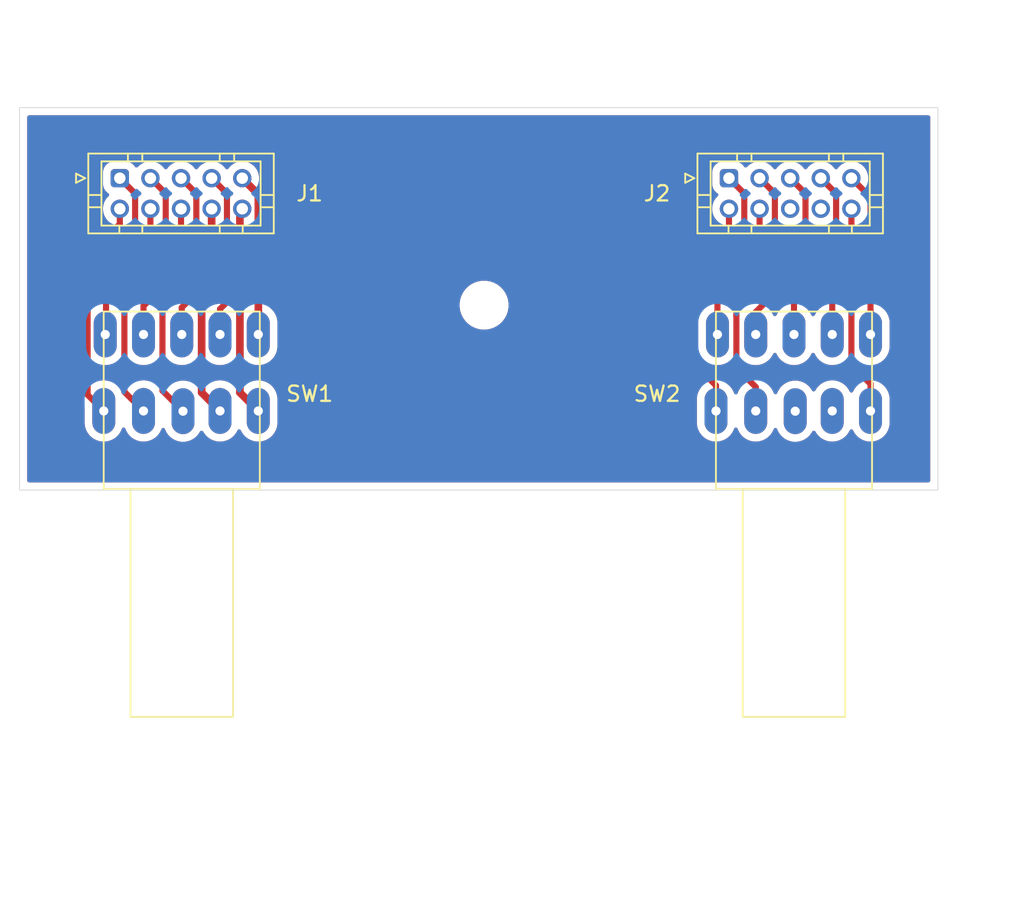
<source format=kicad_pcb>
(kicad_pcb (version 20241229) (generator "pcbnew") (generator_version "9.0")
  (layers (0 "F.Cu" signal) (2 "B.Cu" signal) (13 "F.Paste" user) (15 "B.Paste" user) (5 "F.SilkS" user "F.Silkscreen") (7 "B.SilkS" user "B.Silkscreen") (1 "F.Mask" user) (3 "B.Mask" user) (25 "Edge.Cuts" user))
  (net 0 "")
  (net 1 "Net-(J1-Pin_3)")
  (net 2 "Net-(J1-Pin_9)")
  (net 3 "Net-(J1-Pin_4)")
  (net 4 "Net-(J1-Pin_2)")
  (net 5 "Net-(J1-Pin_6)")
  (net 6 "Net-(J1-Pin_1)")
  (net 7 "Net-(J1-Pin_8)")
  (net 8 "Net-(J1-Pin_10)")
  (net 9 "Net-(J1-Pin_5)")
  (net 10 "Net-(J1-Pin_7)")
  (net 11 "Net-(J2-Pin_2)")
  (net 13 "Net-(J2-Pin_1)")
  (net 14 "Net-(J2-Pin_7)")
  (net 15 "Net-(J2-Pin_10)")
  (net 16 "Net-(J2-Pin_4)")
  (net 17 "Net-(J2-Pin_3)")
  (net 18 "Net-(J2-Pin_6)")
  (net 20 "Net-(J2-Pin_5)")
  (footprint "Przelaczniki:RS1010 2P4T" (layer "F.Cu") (at 109.047791 101.6175)
    (property "Reference" "SW1" (at 8.352209 0.4825 0) (layer "F.SilkS"))
    (property "Value" "RS1010 2P4T")
    (fp_rect (start -5.1 -4.9) (end 5.1 6.7) (stroke (width 0.12)) (fill no) (layer "F.SilkS"))
    (fp_rect (start -3.35 6.7) (end 3.35 21.6) (stroke (width 0.12)) (fill no) (layer "F.SilkS"))
    (pad "1" thru_hole oval (at -5 -3.4) (size 1.5 3) (drill 0.6) (layers "*.Cu" "*.Mask") (net 6 "Net-(J1-Pin_1)"))
    (pad "2" thru_hole oval (at -2.5 -3.4) (size 1.5 3) (drill 0.6) (layers "*.Cu" "*.Mask") (net 4 "Net-(J1-Pin_2)"))
    (pad "3" thru_hole oval (at 0 -3.4) (size 1.5 3) (drill 0.6) (layers "*.Cu" "*.Mask") (net 1 "Net-(J1-Pin_3)"))
    (pad "4" thru_hole oval (at 2.5 -3.4) (size 1.5 3) (drill 0.6) (layers "*.Cu" "*.Mask") (net 3 "Net-(J1-Pin_4)"))
    (pad "5" thru_hole oval (at 5 -3.4) (size 1.5 3) (drill 0.6) (layers "*.Cu" "*.Mask") (net 9 "Net-(J1-Pin_5)"))
    (pad "6" thru_hole oval (at -5.095581 1.6) (size 1.5 3) (drill 0.6) (layers "*.Cu" "*.Mask") (net 5 "Net-(J1-Pin_6)"))
    (pad "7" thru_hole oval (at -2.5 1.6) (size 1.5 3) (drill 0.6) (layers "*.Cu" "*.Mask") (net 10 "Net-(J1-Pin_7)"))
    (pad "8" thru_hole oval (at 0.081469 1.614921) (size 1.5 3) (drill 0.6) (layers "*.Cu" "*.Mask") (net 7 "Net-(J1-Pin_8)"))
    (pad "9" thru_hole oval (at 2.5 1.6) (size 1.5 3) (drill 0.6) (layers "*.Cu" "*.Mask") (net 2 "Net-(J1-Pin_9)"))
    (pad "10" thru_hole oval (at 5 1.6) (size 1.5 3) (drill 0.6) (layers "*.Cu" "*.Mask") (net 8 "Net-(J1-Pin_10)"))
  )
  (footprint "MountingHole:MountingHole_2.7mm_M2.5" (layer "F.Cu") (at 128.8 96.3)
    (property "Reference" "REF**")
    (property "Value" "MountingHole_2.7mm_M2.5")
    (pad "" np_thru_hole circle (at 0 0) (size 2.7 2.7) (drill 2.7) (layers "*.Cu" "*.Mask"))
  )
  (footprint "Connector_JST:JST_PHD_B10B-PHDSS_2x05_P2.00mm_Vertical" (layer "F.Cu") (at 105 88)
    (property "Reference" "J1" (at 12.4 1 0) (layer "F.SilkS"))
    (property "Value" "Conn_02x05_Top_Bottom")
    (fp_line (start -2.86 -0.3) (end -2.26 0) (stroke (width 0.12)) (layer "F.SilkS"))
    (fp_line (start -2.86 0.3) (end -2.86 -0.3) (stroke (width 0.12)) (layer "F.SilkS"))
    (fp_line (start -2.26 0) (end -2.86 0.3) (stroke (width 0.12)) (layer "F.SilkS"))
    (fp_line (start -2.06 -1.61) (end -2.06 3.61) (stroke (width 0.12)) (layer "F.SilkS"))
    (fp_line (start -2.06 1.1) (end -1.2 1.1) (stroke (width 0.12)) (layer "F.SilkS"))
    (fp_line (start -2.06 1.9) (end -1.2 1.9) (stroke (width 0.12)) (layer "F.SilkS"))
    (fp_line (start -2.06 3.61) (end 10.06 3.61) (stroke (width 0.12)) (layer "F.SilkS"))
    (fp_line (start -1.2 -1.1) (end -1.2 3.1) (stroke (width 0.12)) (layer "F.SilkS"))
    (fp_line (start -1.2 3.1) (end 9.2 3.1) (stroke (width 0.12)) (layer "F.SilkS"))
    (fp_line (start -0.03 3.61) (end -0.03 3.1) (stroke (width 0.12)) (layer "F.SilkS"))
    (fp_line (start 0.53 -1.61) (end 0.53 -1.1) (stroke (width 0.12)) (layer "F.SilkS"))
    (fp_line (start 1.47 -1.61) (end 1.47 -1.1) (stroke (width 0.12)) (layer "F.SilkS"))
    (fp_line (start 1.47 3.61) (end 1.47 3.1) (stroke (width 0.12)) (layer "F.SilkS"))
    (fp_line (start 6.53 -1.61) (end 6.53 -1.1) (stroke (width 0.12)) (layer "F.SilkS"))
    (fp_line (start 6.53 3.61) (end 6.53 3.1) (stroke (width 0.12)) (layer "F.SilkS"))
    (fp_line (start 7.47 -1.61) (end 7.47 -1.1) (stroke (width 0.12)) (layer "F.SilkS"))
    (fp_line (start 8.03 3.61) (end 8.03 3.1) (stroke (width 0.12)) (layer "F.SilkS"))
    (fp_line (start 9.2 -1.1) (end -1.2 -1.1) (stroke (width 0.12)) (layer "F.SilkS"))
    (fp_line (start 9.2 3.1) (end 9.2 -1.1) (stroke (width 0.12)) (layer "F.SilkS"))
    (fp_line (start 10.06 -1.61) (end -2.06 -1.61) (stroke (width 0.12)) (layer "F.SilkS"))
    (fp_line (start 10.06 1.1) (end 9.2 1.1) (stroke (width 0.12)) (layer "F.SilkS"))
    (fp_line (start 10.06 1.9) (end 9.2 1.9) (stroke (width 0.12)) (layer "F.SilkS"))
    (fp_line (start 10.06 3.61) (end 10.06 -1.61) (stroke (width 0.12)) (layer "F.SilkS"))
    (pad "1" thru_hole roundrect (at 0 0) (size 1.2 1.2) (drill 0.75) (layers "*.Cu" "*.Mask") (roundrect_rratio 0.208333) (net 6 "Net-(J1-Pin_1)"))
    (pad "2" thru_hole circle (at 2 0) (size 1.2 1.2) (drill 0.75) (layers "*.Cu" "*.Mask") (net 4 "Net-(J1-Pin_2)"))
    (pad "3" thru_hole circle (at 4 0) (size 1.2 1.2) (drill 0.75) (layers "*.Cu" "*.Mask") (net 1 "Net-(J1-Pin_3)"))
    (pad "4" thru_hole circle (at 6 0) (size 1.2 1.2) (drill 0.75) (layers "*.Cu" "*.Mask") (net 3 "Net-(J1-Pin_4)"))
    (pad "5" thru_hole circle (at 8 0) (size 1.2 1.2) (drill 0.75) (layers "*.Cu" "*.Mask") (net 9 "Net-(J1-Pin_5)"))
    (pad "6" thru_hole circle (at 0 2) (size 1.2 1.2) (drill 0.75) (layers "*.Cu" "*.Mask") (net 5 "Net-(J1-Pin_6)"))
    (pad "7" thru_hole circle (at 2 2) (size 1.2 1.2) (drill 0.75) (layers "*.Cu" "*.Mask") (net 10 "Net-(J1-Pin_7)"))
    (pad "8" thru_hole circle (at 4 2) (size 1.2 1.2) (drill 0.75) (layers "*.Cu" "*.Mask") (net 7 "Net-(J1-Pin_8)"))
    (pad "9" thru_hole circle (at 6 2) (size 1.2 1.2) (drill 0.75) (layers "*.Cu" "*.Mask") (net 2 "Net-(J1-Pin_9)"))
    (pad "10" thru_hole circle (at 8 2) (size 1.2 1.2) (drill 0.75) (layers "*.Cu" "*.Mask") (net 8 "Net-(J1-Pin_10)"))
  )
  (footprint "Connector_JST:JST_PHD_B10B-PHDSS_2x05_P2.00mm_Vertical" (layer "F.Cu") (at 144.8 88)
    (property "Reference" "J2" (at -4.7 1 0) (layer "F.SilkS"))
    (property "Value" "Conn_02x05_Top_Bottom")
    (fp_line (start -2.86 -0.3) (end -2.26 0) (stroke (width 0.12)) (layer "F.SilkS"))
    (fp_line (start -2.86 0.3) (end -2.86 -0.3) (stroke (width 0.12)) (layer "F.SilkS"))
    (fp_line (start -2.26 0) (end -2.86 0.3) (stroke (width 0.12)) (layer "F.SilkS"))
    (fp_line (start -2.06 -1.61) (end -2.06 3.61) (stroke (width 0.12)) (layer "F.SilkS"))
    (fp_line (start -2.06 1.1) (end -1.2 1.1) (stroke (width 0.12)) (layer "F.SilkS"))
    (fp_line (start -2.06 1.9) (end -1.2 1.9) (stroke (width 0.12)) (layer "F.SilkS"))
    (fp_line (start -2.06 3.61) (end 10.06 3.61) (stroke (width 0.12)) (layer "F.SilkS"))
    (fp_line (start -1.2 -1.1) (end -1.2 3.1) (stroke (width 0.12)) (layer "F.SilkS"))
    (fp_line (start -1.2 3.1) (end 9.2 3.1) (stroke (width 0.12)) (layer "F.SilkS"))
    (fp_line (start -0.03 3.61) (end -0.03 3.1) (stroke (width 0.12)) (layer "F.SilkS"))
    (fp_line (start 0.53 -1.61) (end 0.53 -1.1) (stroke (width 0.12)) (layer "F.SilkS"))
    (fp_line (start 1.47 -1.61) (end 1.47 -1.1) (stroke (width 0.12)) (layer "F.SilkS"))
    (fp_line (start 1.47 3.61) (end 1.47 3.1) (stroke (width 0.12)) (layer "F.SilkS"))
    (fp_line (start 6.53 -1.61) (end 6.53 -1.1) (stroke (width 0.12)) (layer "F.SilkS"))
    (fp_line (start 6.53 3.61) (end 6.53 3.1) (stroke (width 0.12)) (layer "F.SilkS"))
    (fp_line (start 7.47 -1.61) (end 7.47 -1.1) (stroke (width 0.12)) (layer "F.SilkS"))
    (fp_line (start 8.03 3.61) (end 8.03 3.1) (stroke (width 0.12)) (layer "F.SilkS"))
    (fp_line (start 9.2 -1.1) (end -1.2 -1.1) (stroke (width 0.12)) (layer "F.SilkS"))
    (fp_line (start 9.2 3.1) (end 9.2 -1.1) (stroke (width 0.12)) (layer "F.SilkS"))
    (fp_line (start 10.06 -1.61) (end -2.06 -1.61) (stroke (width 0.12)) (layer "F.SilkS"))
    (fp_line (start 10.06 1.1) (end 9.2 1.1) (stroke (width 0.12)) (layer "F.SilkS"))
    (fp_line (start 10.06 1.9) (end 9.2 1.9) (stroke (width 0.12)) (layer "F.SilkS"))
    (fp_line (start 10.06 3.61) (end 10.06 -1.61) (stroke (width 0.12)) (layer "F.SilkS"))
    (pad "1" thru_hole roundrect (at 0 0) (size 1.2 1.2) (drill 0.75) (layers "*.Cu" "*.Mask") (roundrect_rratio 0.208333) (net 13 "Net-(J2-Pin_1)"))
    (pad "2" thru_hole circle (at 2 0) (size 1.2 1.2) (drill 0.75) (layers "*.Cu" "*.Mask") (net 11 "Net-(J2-Pin_2)"))
    (pad "3" thru_hole circle (at 4 0) (size 1.2 1.2) (drill 0.75) (layers "*.Cu" "*.Mask") (net 17 "Net-(J2-Pin_3)"))
    (pad "4" thru_hole circle (at 6 0) (size 1.2 1.2) (drill 0.75) (layers "*.Cu" "*.Mask") (net 16 "Net-(J2-Pin_4)"))
    (pad "5" thru_hole circle (at 8 0) (size 1.2 1.2) (drill 0.75) (layers "*.Cu" "*.Mask") (net 20 "Net-(J2-Pin_5)"))
    (pad "6" thru_hole circle (at 0 2) (size 1.2 1.2) (drill 0.75) (layers "*.Cu" "*.Mask") (net 18 "Net-(J2-Pin_6)"))
    (pad "7" thru_hole circle (at 2 2) (size 1.2 1.2) (drill 0.75) (layers "*.Cu" "*.Mask") (net 14 "Net-(J2-Pin_7)"))
    (pad "8" thru_hole circle (at 4 2) (size 1.2 1.2) (drill 0.75) (layers "*.Cu" "*.Mask"))
    (pad "9" thru_hole circle (at 6 2) (size 1.2 1.2) (drill 0.75) (layers "*.Cu" "*.Mask"))
    (pad "10" thru_hole circle (at 8 2) (size 1.2 1.2) (drill 0.75) (layers "*.Cu" "*.Mask") (net 15 "Net-(J2-Pin_10)"))
  )
  (footprint "Przelaczniki:RS1010 1P6T" (layer "F.Cu") (at 149.047791 102.5175)
    (property "Reference" "SW2" (at -8.947791 -0.4175 0) (layer "F.SilkS"))
    (property "Value" "RS1010 1P6T")
    (fp_rect (start -5.1 -5.8) (end 5.1 5.8) (stroke (width 0.12)) (fill no) (layer "F.SilkS"))
    (fp_rect (start -3.35 5.8) (end 3.35 20.7) (stroke (width 0.12)) (fill no) (layer "F.SilkS"))
    (pad "1" thru_hole oval (at -5 -4.3) (size 1.5 3) (drill 0.6) (layers "*.Cu" "*.Mask") (net 13 "Net-(J2-Pin_1)"))
    (pad "2" thru_hole oval (at -2.5 -4.3) (size 1.5 3) (drill 0.6) (layers "*.Cu" "*.Mask") (net 11 "Net-(J2-Pin_2)"))
    (pad "3" thru_hole oval (at 0 -4.3) (size 1.5 3) (drill 0.6) (layers "*.Cu" "*.Mask") (net 17 "Net-(J2-Pin_3)"))
    (pad "4" thru_hole oval (at 2.5 -4.3) (size 1.5 3) (drill 0.6) (layers "*.Cu" "*.Mask") (net 16 "Net-(J2-Pin_4)"))
    (pad "5" thru_hole oval (at 5 -4.3) (size 1.5 3) (drill 0.6) (layers "*.Cu" "*.Mask") (net 20 "Net-(J2-Pin_5)"))
    (pad "6" thru_hole oval (at -5.095581 0.7) (size 1.5 3) (drill 0.6) (layers "*.Cu" "*.Mask") (net 18 "Net-(J2-Pin_6)"))
    (pad "7" thru_hole oval (at -2.5 0.7) (size 1.5 3) (drill 0.6) (layers "*.Cu" "*.Mask") (net 14 "Net-(J2-Pin_7)"))
    (pad "8" thru_hole oval (at 0.081469 0.714921) (size 1.5 3) (drill 0.6) (layers "*.Cu" "*.Mask"))
    (pad "9" thru_hole oval (at 2.5 0.7) (size 1.5 3) (drill 0.6) (layers "*.Cu" "*.Mask"))
    (pad "10" thru_hole oval (at 5 0.7) (size 1.5 3) (drill 0.6) (layers "*.Cu" "*.Mask") (net 15 "Net-(J2-Pin_10)"))
  )
  (gr_rect (start 98.45 83.387545) (end 158.45 108.387545) (stroke (width 0.05)) (fill no) (layer "Edge.Cuts"))
  (segment (start 109.047791 98.2175) (end 109.047791 96.452209) (width 0.4) (layer "F.Cu") (net 1))
  (segment (start 110 89) (end 109 88) (width 0.4) (layer "F.Cu") (net 1))
  (segment (start 110 95.5) (end 110 89) (width 0.4) (layer "F.Cu") (net 1))
  (segment (start 109.047791 96.452209) (end 110 95.5) (width 0.4) (layer "F.Cu") (net 1))
  (segment (start 110.346791 102.0165) (end 111.547791 103.2175) (width 0.5) (layer "F.Cu") (net 2))
  (segment (start 111 90) (end 111 95.8) (width 0.5) (layer "F.Cu") (net 2))
  (segment (start 110.346791 96.453209) (end 110.346791 102.0165) (width 0.5) (layer "F.Cu") (net 2))
  (segment (start 111 95.8) (end 110.346791 96.453209) (width 0.5) (layer "F.Cu") (net 2))
  (segment (start 112 96.1) (end 111.547791 96.552209) (width 0.4) (layer "F.Cu") (net 3))
  (segment (start 112 89) (end 112 96.1) (width 0.4) (layer "F.Cu") (net 3))
  (segment (start 111 88) (end 112 89) (width 0.4) (layer "F.Cu") (net 3))
  (segment (start 111.547791 96.552209) (end 111.547791 98.2175) (width 0.4) (layer "F.Cu") (net 3))
  (segment (start 106.547791 96.352209) (end 108 94.9) (width 0.4) (layer "F.Cu") (net 4))
  (segment (start 106 97.669709) (end 106.547791 98.2175) (width 0.4) (layer "F.Cu") (net 4))
  (segment (start 106.547791 98.2175) (end 106.547791 96.352209) (width 0.4) (layer "F.Cu") (net 4))
  (segment (start 108 89) (end 107 88) (width 0.4) (layer "F.Cu") (net 4))
  (segment (start 108 94.9) (end 108 89) (width 0.4) (layer "F.Cu") (net 4))
  (segment (start 105 91) (end 102.896791 93.103209) (width 0.4) (layer "F.Cu") (net 5))
  (segment (start 105 90) (end 105 91) (width 0.4) (layer "F.Cu") (net 5))
  (segment (start 102.896791 102.162081) (end 103.95221 103.2175) (width 0.4) (layer "F.Cu") (net 5))
  (segment (start 102.896791 93.103209) (end 102.896791 102.162081) (width 0.4) (layer "F.Cu") (net 5))
  (segment (start 103.949 98.118709) (end 104.047791 98.2175) (width 0.5) (layer "F.Cu") (net 6))
  (segment (start 104.1 98.165291) (end 104.047791 98.2175) (width 0.4) (layer "F.Cu") (net 6))
  (segment (start 106 91.9) (end 104.1 93.8) (width 0.4) (layer "F.Cu") (net 6))
  (segment (start 106 89) (end 106 91.9) (width 0.4) (layer "F.Cu") (net 6))
  (segment (start 104.1 93.8) (end 104.1 98.165291) (width 0.4) (layer "F.Cu") (net 6))
  (segment (start 105 88) (end 106 89) (width 0.4) (layer "F.Cu") (net 6))
  (segment (start 109 90) (end 109 95.197849) (width 0.4) (layer "F.Cu") (net 7))
  (segment (start 107.786785 101.889946) (end 109.12926 103.232421) (width 0.4) (layer "F.Cu") (net 7))
  (segment (start 107.786785 96.411064) (end 107.786785 101.889946) (width 0.4) (layer "F.Cu") (net 7))
  (segment (start 109 95.197849) (end 107.786785 96.411064) (width 0.4) (layer "F.Cu") (net 7))
  (segment (start 112.846791 102.0165) (end 114.047791 103.2175) (width 0.5) (layer "F.Cu") (net 8))
  (segment (start 112.846791 90.153209) (end 112.846791 102.0165) (width 0.5) (layer "F.Cu") (net 8))
  (segment (start 113 90) (end 112.846791 90.153209) (width 0.5) (layer "F.Cu") (net 8))
  (segment (start 113.011003 88.020909) (end 114.062003 89.071909) (width 0.5) (layer "F.Cu") (net 9))
  (segment (start 114.051 89.051) (end 114.051 98.214291) (width 0.5) (layer "F.Cu") (net 9))
  (segment (start 114.051 98.214291) (end 114.047791 98.2175) (width 0.5) (layer "F.Cu") (net 9))
  (segment (start 114.0255 89.0255) (end 114.051 89.051) (width 0.5) (layer "F.Cu") (net 9))
  (segment (start 107 94.8) (end 107 90) (width 0.4) (layer "F.Cu") (net 10))
  (segment (start 105.3 96.5) (end 107 94.8) (width 0.4) (layer "F.Cu") (net 10))
  (segment (start 106.547791 103.2175) (end 105.3 101.969709) (width 0.4) (layer "F.Cu") (net 10))
  (segment (start 105.3 101.969709) (end 105.3 96.5) (width 0.4) (layer "F.Cu") (net 10))
  (segment (start 147.8 89) (end 147.8 95.5) (width 0.4) (layer "F.Cu") (net 11))
  (segment (start 147.8 95.5) (end 146.547791 96.752209) (width 0.4) (layer "F.Cu") (net 11))
  (segment (start 146.8 88) (end 147.8 89) (width 0.4) (layer "F.Cu") (net 11))
  (segment (start 146.547791 96.752209) (end 146.547791 98.2175) (width 0.4) (layer "F.Cu") (net 11))
  (segment (start 144.047791 95.752209) (end 144.047791 98.2175) (width 0.4) (layer "F.Cu") (net 13))
  (segment (start 145.8 89) (end 145.8 94) (width 0.4) (layer "F.Cu") (net 13))
  (segment (start 144.8 88) (end 145.8 89) (width 0.4) (layer "F.Cu") (net 13))
  (segment (start 145.8 94) (end 144.047791 95.752209) (width 0.4) (layer "F.Cu") (net 13))
  (segment (start 146.8 94.7) (end 146.8 90) (width 0.4) (layer "F.Cu") (net 14))
  (segment (start 145.28404 96.21596) (end 146.8 94.7) (width 0.4) (layer "F.Cu") (net 14))
  (segment (start 146.547791 101.647791) (end 145.28404 100.38404) (width 0.4) (layer "F.Cu") (net 14))
  (segment (start 145.28404 100.38404) (end 145.28404 96.956157) (width 0.4) (layer "F.Cu") (net 14))
  (segment (start 146.547791 103.2175) (end 146.547791 101.647791) (width 0.4) (layer "F.Cu") (net 14))
  (segment (start 145.28404 97) (end 145.28404 96.21596) (width 0.4) (layer "F.Cu") (net 14))
  (segment (start 154.047791 101.447791) (end 154.047791 103.2175) (width 0.4) (layer "F.Cu") (net 15))
  (segment (start 152.8 90) (end 152.8 100.2) (width 0.4) (layer "F.Cu") (net 15))
  (segment (start 152.8 100.2) (end 154.047791 101.447791) (width 0.4) (layer "F.Cu") (net 15))
  (segment (start 151.547791 95.452209) (end 151.547791 98.2175) (width 0.4) (layer "F.Cu") (net 16))
  (segment (start 150.8 88) (end 151.8 89) (width 0.4) (layer "F.Cu") (net 16))
  (segment (start 151.8 89) (end 151.8 95.2) (width 0.4) (layer "F.Cu") (net 16))
  (segment (start 151.8 95.2) (end 151.547791 95.452209) (width 0.4) (layer "F.Cu") (net 16))
  (segment (start 148.8 88) (end 149.8 89) (width 0.4) (layer "F.Cu") (net 17))
  (segment (start 149.8 95.2) (end 149.047791 95.952209) (width 0.4) (layer "F.Cu") (net 17))
  (segment (start 149.047791 95.952209) (end 149.047791 98.2175) (width 0.4) (layer "F.Cu") (net 17))
  (segment (start 149.8 89) (end 149.8 95.2) (width 0.4) (layer "F.Cu") (net 17))
  (segment (start 144.8 93.1) (end 144.8 90) (width 0.4) (layer "F.Cu") (net 18))
  (segment (start 143.95221 101.55221) (end 142.5 100.1) (width 0.4) (layer "F.Cu") (net 18))
  (segment (start 143.95221 103.2175) (end 143.95221 101.55221) (width 0.4) (layer "F.Cu") (net 18))
  (segment (start 142.5 100.1) (end 142.5 95.4) (width 0.4) (layer "F.Cu") (net 18))
  (segment (start 142.5 95.4) (end 144.8 93.1) (width 0.4) (layer "F.Cu") (net 18))
  (segment (start 154.047791 89.247791) (end 152.8 88) (width 0.4) (layer "F.Cu") (net 20))
  (segment (start 154.047791 98.2175) (end 154.047791 89.247791) (width 0.4) (layer "F.Cu") (net 20))
  (zone (net 0) (net_name "") (layers "F.Cu" "B.Cu") (connect_pads thru_hole_only (clearance 0.5)) (min_thickness 0.25) (fill yes (thermal_gap 0.5) (thermal_bridge_width 0.5) (island_removal_mode 1) (island_area_min 10))
    (polygon (pts (xy 97.3 106.4) (xy 97.172295 82.519018) (xy 160 82.742439) (xy 160 109.1) (xy 97.3 109.1)))
  )
)
</source>
